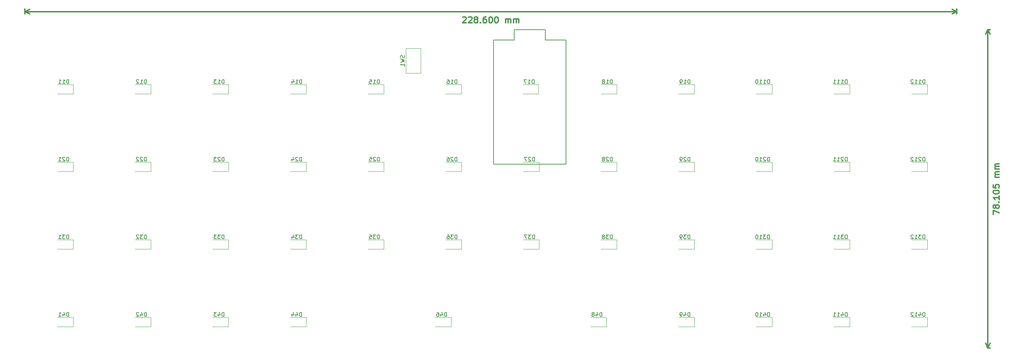
<source format=gbr>
G04 #@! TF.GenerationSoftware,KiCad,Pcbnew,(5.0.1-3-g963ef8bb5)*
G04 #@! TF.CreationDate,2019-04-11T19:17:33+08:00*
G04 #@! TF.ProjectId,keyboard_arduino,6B6579626F6172645F61726475696E6F,a*
G04 #@! TF.SameCoordinates,Original*
G04 #@! TF.FileFunction,Legend,Bot*
G04 #@! TF.FilePolarity,Positive*
%FSLAX46Y46*%
G04 Gerber Fmt 4.6, Leading zero omitted, Abs format (unit mm)*
G04 Created by KiCad (PCBNEW (5.0.1-3-g963ef8bb5)) date 2019年04月11日 星期四 07:17:33*
%MOMM*%
%LPD*%
G01*
G04 APERTURE LIST*
%ADD10C,0.300000*%
%ADD11C,0.150000*%
%ADD12C,0.120000*%
G04 APERTURE END LIST*
D10*
X274328571Y-79628214D02*
X274328571Y-78628214D01*
X275828571Y-79271071D01*
X274971428Y-77842500D02*
X274900000Y-77985357D01*
X274828571Y-78056785D01*
X274685714Y-78128214D01*
X274614285Y-78128214D01*
X274471428Y-78056785D01*
X274400000Y-77985357D01*
X274328571Y-77842500D01*
X274328571Y-77556785D01*
X274400000Y-77413928D01*
X274471428Y-77342500D01*
X274614285Y-77271071D01*
X274685714Y-77271071D01*
X274828571Y-77342500D01*
X274900000Y-77413928D01*
X274971428Y-77556785D01*
X274971428Y-77842500D01*
X275042857Y-77985357D01*
X275114285Y-78056785D01*
X275257142Y-78128214D01*
X275542857Y-78128214D01*
X275685714Y-78056785D01*
X275757142Y-77985357D01*
X275828571Y-77842500D01*
X275828571Y-77556785D01*
X275757142Y-77413928D01*
X275685714Y-77342500D01*
X275542857Y-77271071D01*
X275257142Y-77271071D01*
X275114285Y-77342500D01*
X275042857Y-77413928D01*
X274971428Y-77556785D01*
X275685714Y-76628214D02*
X275757142Y-76556785D01*
X275828571Y-76628214D01*
X275757142Y-76699642D01*
X275685714Y-76628214D01*
X275828571Y-76628214D01*
X275828571Y-75128214D02*
X275828571Y-75985357D01*
X275828571Y-75556785D02*
X274328571Y-75556785D01*
X274542857Y-75699642D01*
X274685714Y-75842500D01*
X274757142Y-75985357D01*
X274328571Y-74199642D02*
X274328571Y-74056785D01*
X274400000Y-73913928D01*
X274471428Y-73842500D01*
X274614285Y-73771071D01*
X274900000Y-73699642D01*
X275257142Y-73699642D01*
X275542857Y-73771071D01*
X275685714Y-73842500D01*
X275757142Y-73913928D01*
X275828571Y-74056785D01*
X275828571Y-74199642D01*
X275757142Y-74342500D01*
X275685714Y-74413928D01*
X275542857Y-74485357D01*
X275257142Y-74556785D01*
X274900000Y-74556785D01*
X274614285Y-74485357D01*
X274471428Y-74413928D01*
X274400000Y-74342500D01*
X274328571Y-74199642D01*
X274328571Y-72342500D02*
X274328571Y-73056785D01*
X275042857Y-73128214D01*
X274971428Y-73056785D01*
X274900000Y-72913928D01*
X274900000Y-72556785D01*
X274971428Y-72413928D01*
X275042857Y-72342500D01*
X275185714Y-72271071D01*
X275542857Y-72271071D01*
X275685714Y-72342500D01*
X275757142Y-72413928D01*
X275828571Y-72556785D01*
X275828571Y-72913928D01*
X275757142Y-73056785D01*
X275685714Y-73128214D01*
X275828571Y-70485357D02*
X274828571Y-70485357D01*
X274971428Y-70485357D02*
X274900000Y-70413928D01*
X274828571Y-70271071D01*
X274828571Y-70056785D01*
X274900000Y-69913928D01*
X275042857Y-69842500D01*
X275828571Y-69842500D01*
X275042857Y-69842500D02*
X274900000Y-69771071D01*
X274828571Y-69628214D01*
X274828571Y-69413928D01*
X274900000Y-69271071D01*
X275042857Y-69199642D01*
X275828571Y-69199642D01*
X275828571Y-68485357D02*
X274828571Y-68485357D01*
X274971428Y-68485357D02*
X274900000Y-68413928D01*
X274828571Y-68271071D01*
X274828571Y-68056785D01*
X274900000Y-67913928D01*
X275042857Y-67842500D01*
X275828571Y-67842500D01*
X275042857Y-67842500D02*
X274900000Y-67771071D01*
X274828571Y-67628214D01*
X274828571Y-67413928D01*
X274900000Y-67271071D01*
X275042857Y-67199642D01*
X275828571Y-67199642D01*
X273050000Y-112395000D02*
X273050000Y-34290000D01*
X273050000Y-112395000D02*
X273636421Y-112395000D01*
X273050000Y-34290000D02*
X273636421Y-34290000D01*
X273050000Y-34290000D02*
X273636421Y-35416504D01*
X273050000Y-34290000D02*
X272463579Y-35416504D01*
X273050000Y-112395000D02*
X273636421Y-111268496D01*
X273050000Y-112395000D02*
X272463579Y-111268496D01*
X144201428Y-31266428D02*
X144272857Y-31195000D01*
X144415714Y-31123571D01*
X144772857Y-31123571D01*
X144915714Y-31195000D01*
X144987142Y-31266428D01*
X145058571Y-31409285D01*
X145058571Y-31552142D01*
X144987142Y-31766428D01*
X144130000Y-32623571D01*
X145058571Y-32623571D01*
X145630000Y-31266428D02*
X145701428Y-31195000D01*
X145844285Y-31123571D01*
X146201428Y-31123571D01*
X146344285Y-31195000D01*
X146415714Y-31266428D01*
X146487142Y-31409285D01*
X146487142Y-31552142D01*
X146415714Y-31766428D01*
X145558571Y-32623571D01*
X146487142Y-32623571D01*
X147344285Y-31766428D02*
X147201428Y-31695000D01*
X147130000Y-31623571D01*
X147058571Y-31480714D01*
X147058571Y-31409285D01*
X147130000Y-31266428D01*
X147201428Y-31195000D01*
X147344285Y-31123571D01*
X147630000Y-31123571D01*
X147772857Y-31195000D01*
X147844285Y-31266428D01*
X147915714Y-31409285D01*
X147915714Y-31480714D01*
X147844285Y-31623571D01*
X147772857Y-31695000D01*
X147630000Y-31766428D01*
X147344285Y-31766428D01*
X147201428Y-31837857D01*
X147130000Y-31909285D01*
X147058571Y-32052142D01*
X147058571Y-32337857D01*
X147130000Y-32480714D01*
X147201428Y-32552142D01*
X147344285Y-32623571D01*
X147630000Y-32623571D01*
X147772857Y-32552142D01*
X147844285Y-32480714D01*
X147915714Y-32337857D01*
X147915714Y-32052142D01*
X147844285Y-31909285D01*
X147772857Y-31837857D01*
X147630000Y-31766428D01*
X148558571Y-32480714D02*
X148630000Y-32552142D01*
X148558571Y-32623571D01*
X148487142Y-32552142D01*
X148558571Y-32480714D01*
X148558571Y-32623571D01*
X149915714Y-31123571D02*
X149630000Y-31123571D01*
X149487142Y-31195000D01*
X149415714Y-31266428D01*
X149272857Y-31480714D01*
X149201428Y-31766428D01*
X149201428Y-32337857D01*
X149272857Y-32480714D01*
X149344285Y-32552142D01*
X149487142Y-32623571D01*
X149772857Y-32623571D01*
X149915714Y-32552142D01*
X149987142Y-32480714D01*
X150058571Y-32337857D01*
X150058571Y-31980714D01*
X149987142Y-31837857D01*
X149915714Y-31766428D01*
X149772857Y-31695000D01*
X149487142Y-31695000D01*
X149344285Y-31766428D01*
X149272857Y-31837857D01*
X149201428Y-31980714D01*
X150987142Y-31123571D02*
X151130000Y-31123571D01*
X151272857Y-31195000D01*
X151344285Y-31266428D01*
X151415714Y-31409285D01*
X151487142Y-31695000D01*
X151487142Y-32052142D01*
X151415714Y-32337857D01*
X151344285Y-32480714D01*
X151272857Y-32552142D01*
X151130000Y-32623571D01*
X150987142Y-32623571D01*
X150844285Y-32552142D01*
X150772857Y-32480714D01*
X150701428Y-32337857D01*
X150630000Y-32052142D01*
X150630000Y-31695000D01*
X150701428Y-31409285D01*
X150772857Y-31266428D01*
X150844285Y-31195000D01*
X150987142Y-31123571D01*
X152415714Y-31123571D02*
X152558571Y-31123571D01*
X152701428Y-31195000D01*
X152772857Y-31266428D01*
X152844285Y-31409285D01*
X152915714Y-31695000D01*
X152915714Y-32052142D01*
X152844285Y-32337857D01*
X152772857Y-32480714D01*
X152701428Y-32552142D01*
X152558571Y-32623571D01*
X152415714Y-32623571D01*
X152272857Y-32552142D01*
X152201428Y-32480714D01*
X152130000Y-32337857D01*
X152058571Y-32052142D01*
X152058571Y-31695000D01*
X152130000Y-31409285D01*
X152201428Y-31266428D01*
X152272857Y-31195000D01*
X152415714Y-31123571D01*
X154701428Y-32623571D02*
X154701428Y-31623571D01*
X154701428Y-31766428D02*
X154772857Y-31695000D01*
X154915714Y-31623571D01*
X155130000Y-31623571D01*
X155272857Y-31695000D01*
X155344285Y-31837857D01*
X155344285Y-32623571D01*
X155344285Y-31837857D02*
X155415714Y-31695000D01*
X155558571Y-31623571D01*
X155772857Y-31623571D01*
X155915714Y-31695000D01*
X155987142Y-31837857D01*
X155987142Y-32623571D01*
X156701428Y-32623571D02*
X156701428Y-31623571D01*
X156701428Y-31766428D02*
X156772857Y-31695000D01*
X156915714Y-31623571D01*
X157130000Y-31623571D01*
X157272857Y-31695000D01*
X157344285Y-31837857D01*
X157344285Y-32623571D01*
X157344285Y-31837857D02*
X157415714Y-31695000D01*
X157558571Y-31623571D01*
X157772857Y-31623571D01*
X157915714Y-31695000D01*
X157987142Y-31837857D01*
X157987142Y-32623571D01*
X36830000Y-29845000D02*
X265430000Y-29845000D01*
X36830000Y-29210000D02*
X36830000Y-30431421D01*
X265430000Y-29210000D02*
X265430000Y-30431421D01*
X265430000Y-29845000D02*
X264303496Y-30431421D01*
X265430000Y-29845000D02*
X264303496Y-29258579D01*
X36830000Y-29845000D02*
X37956504Y-30431421D01*
X36830000Y-29845000D02*
X37956504Y-29258579D01*
D11*
G04 #@! TO.C,UProMicro1*
X169545000Y-36830000D02*
X169545000Y-67310000D01*
X169545000Y-36830000D02*
X164465000Y-36830000D01*
X164465000Y-36830000D02*
X164465000Y-34290000D01*
X164465000Y-34290000D02*
X156845000Y-34290000D01*
X156845000Y-34290000D02*
X156845000Y-36830000D01*
X156845000Y-36830000D02*
X151765000Y-36830000D01*
X151765000Y-36830000D02*
X151765000Y-67310000D01*
X151765000Y-67310000D02*
X169545000Y-67310000D01*
D12*
G04 #@! TO.C,D11*
X48640000Y-50030000D02*
X44755000Y-50030000D01*
X48640000Y-47760000D02*
X48640000Y-50030000D01*
X44755000Y-47760000D02*
X48640000Y-47760000D01*
G04 #@! TO.C,D12*
X67690000Y-50030000D02*
X63805000Y-50030000D01*
X67690000Y-47760000D02*
X67690000Y-50030000D01*
X63805000Y-47760000D02*
X67690000Y-47760000D01*
G04 #@! TO.C,D13*
X86740000Y-50030000D02*
X82855000Y-50030000D01*
X86740000Y-47760000D02*
X86740000Y-50030000D01*
X82855000Y-47760000D02*
X86740000Y-47760000D01*
G04 #@! TO.C,D14*
X105790000Y-50030000D02*
X101905000Y-50030000D01*
X105790000Y-47760000D02*
X105790000Y-50030000D01*
X101905000Y-47760000D02*
X105790000Y-47760000D01*
G04 #@! TO.C,D15*
X124840000Y-50030000D02*
X120955000Y-50030000D01*
X124840000Y-47760000D02*
X124840000Y-50030000D01*
X120955000Y-47760000D02*
X124840000Y-47760000D01*
G04 #@! TO.C,D16*
X143890000Y-50030000D02*
X140005000Y-50030000D01*
X143890000Y-47760000D02*
X143890000Y-50030000D01*
X140005000Y-47760000D02*
X143890000Y-47760000D01*
G04 #@! TO.C,D17*
X162810000Y-50030000D02*
X158925000Y-50030000D01*
X162810000Y-47760000D02*
X162810000Y-50030000D01*
X158925000Y-47760000D02*
X162810000Y-47760000D01*
G04 #@! TO.C,D18*
X181990000Y-50030000D02*
X178105000Y-50030000D01*
X181990000Y-47760000D02*
X181990000Y-50030000D01*
X178105000Y-47760000D02*
X181990000Y-47760000D01*
G04 #@! TO.C,D19*
X201040000Y-50030000D02*
X197155000Y-50030000D01*
X201040000Y-47760000D02*
X201040000Y-50030000D01*
X197155000Y-47760000D02*
X201040000Y-47760000D01*
G04 #@! TO.C,D21*
X48640000Y-69080000D02*
X44755000Y-69080000D01*
X48640000Y-66810000D02*
X48640000Y-69080000D01*
X44755000Y-66810000D02*
X48640000Y-66810000D01*
G04 #@! TO.C,D22*
X67690000Y-69080000D02*
X63805000Y-69080000D01*
X67690000Y-66810000D02*
X67690000Y-69080000D01*
X63805000Y-66810000D02*
X67690000Y-66810000D01*
G04 #@! TO.C,D23*
X86740000Y-69080000D02*
X82855000Y-69080000D01*
X86740000Y-66810000D02*
X86740000Y-69080000D01*
X82855000Y-66810000D02*
X86740000Y-66810000D01*
G04 #@! TO.C,D24*
X105790000Y-69080000D02*
X101905000Y-69080000D01*
X105790000Y-66810000D02*
X105790000Y-69080000D01*
X101905000Y-66810000D02*
X105790000Y-66810000D01*
G04 #@! TO.C,D25*
X124840000Y-69080000D02*
X120955000Y-69080000D01*
X124840000Y-66810000D02*
X124840000Y-69080000D01*
X120955000Y-66810000D02*
X124840000Y-66810000D01*
G04 #@! TO.C,D26*
X143890000Y-69080000D02*
X140005000Y-69080000D01*
X143890000Y-66810000D02*
X143890000Y-69080000D01*
X140005000Y-66810000D02*
X143890000Y-66810000D01*
G04 #@! TO.C,D27*
X162940000Y-69080000D02*
X159055000Y-69080000D01*
X162940000Y-66810000D02*
X162940000Y-69080000D01*
X159055000Y-66810000D02*
X162940000Y-66810000D01*
G04 #@! TO.C,D28*
X181990000Y-69080000D02*
X178105000Y-69080000D01*
X181990000Y-66810000D02*
X181990000Y-69080000D01*
X178105000Y-66810000D02*
X181990000Y-66810000D01*
G04 #@! TO.C,D29*
X201040000Y-69080000D02*
X197155000Y-69080000D01*
X201040000Y-66810000D02*
X201040000Y-69080000D01*
X197155000Y-66810000D02*
X201040000Y-66810000D01*
G04 #@! TO.C,D31*
X44755000Y-85860000D02*
X48640000Y-85860000D01*
X48640000Y-85860000D02*
X48640000Y-88130000D01*
X48640000Y-88130000D02*
X44755000Y-88130000D01*
G04 #@! TO.C,D32*
X63805000Y-85860000D02*
X67690000Y-85860000D01*
X67690000Y-85860000D02*
X67690000Y-88130000D01*
X67690000Y-88130000D02*
X63805000Y-88130000D01*
G04 #@! TO.C,D33*
X82855000Y-85860000D02*
X86740000Y-85860000D01*
X86740000Y-85860000D02*
X86740000Y-88130000D01*
X86740000Y-88130000D02*
X82855000Y-88130000D01*
G04 #@! TO.C,D34*
X101905000Y-85860000D02*
X105790000Y-85860000D01*
X105790000Y-85860000D02*
X105790000Y-88130000D01*
X105790000Y-88130000D02*
X101905000Y-88130000D01*
G04 #@! TO.C,D35*
X120955000Y-85860000D02*
X124840000Y-85860000D01*
X124840000Y-85860000D02*
X124840000Y-88130000D01*
X124840000Y-88130000D02*
X120955000Y-88130000D01*
G04 #@! TO.C,D36*
X140005000Y-85860000D02*
X143890000Y-85860000D01*
X143890000Y-85860000D02*
X143890000Y-88130000D01*
X143890000Y-88130000D02*
X140005000Y-88130000D01*
G04 #@! TO.C,D37*
X159055000Y-85860000D02*
X162940000Y-85860000D01*
X162940000Y-85860000D02*
X162940000Y-88130000D01*
X162940000Y-88130000D02*
X159055000Y-88130000D01*
G04 #@! TO.C,D38*
X178105000Y-85860000D02*
X181990000Y-85860000D01*
X181990000Y-85860000D02*
X181990000Y-88130000D01*
X181990000Y-88130000D02*
X178105000Y-88130000D01*
G04 #@! TO.C,D39*
X197155000Y-85860000D02*
X201040000Y-85860000D01*
X201040000Y-85860000D02*
X201040000Y-88130000D01*
X201040000Y-88130000D02*
X197155000Y-88130000D01*
G04 #@! TO.C,D41*
X44755000Y-104910000D02*
X48640000Y-104910000D01*
X48640000Y-104910000D02*
X48640000Y-107180000D01*
X48640000Y-107180000D02*
X44755000Y-107180000D01*
G04 #@! TO.C,D42*
X63805000Y-104910000D02*
X67690000Y-104910000D01*
X67690000Y-104910000D02*
X67690000Y-107180000D01*
X67690000Y-107180000D02*
X63805000Y-107180000D01*
G04 #@! TO.C,D43*
X82855000Y-104910000D02*
X86740000Y-104910000D01*
X86740000Y-104910000D02*
X86740000Y-107180000D01*
X86740000Y-107180000D02*
X82855000Y-107180000D01*
G04 #@! TO.C,D44*
X101905000Y-104910000D02*
X105790000Y-104910000D01*
X105790000Y-104910000D02*
X105790000Y-107180000D01*
X105790000Y-107180000D02*
X101905000Y-107180000D01*
G04 #@! TO.C,D46*
X137465000Y-104910000D02*
X141350000Y-104910000D01*
X141350000Y-104910000D02*
X141350000Y-107180000D01*
X141350000Y-107180000D02*
X137465000Y-107180000D01*
G04 #@! TO.C,D48*
X175565000Y-104910000D02*
X179450000Y-104910000D01*
X179450000Y-104910000D02*
X179450000Y-107180000D01*
X179450000Y-107180000D02*
X175565000Y-107180000D01*
G04 #@! TO.C,D49*
X197155000Y-104910000D02*
X201040000Y-104910000D01*
X201040000Y-104910000D02*
X201040000Y-107180000D01*
X201040000Y-107180000D02*
X197155000Y-107180000D01*
G04 #@! TO.C,D110*
X220090000Y-50030000D02*
X216205000Y-50030000D01*
X220090000Y-47760000D02*
X220090000Y-50030000D01*
X216205000Y-47760000D02*
X220090000Y-47760000D01*
G04 #@! TO.C,D111*
X239140000Y-50030000D02*
X235255000Y-50030000D01*
X239140000Y-47760000D02*
X239140000Y-50030000D01*
X235255000Y-47760000D02*
X239140000Y-47760000D01*
G04 #@! TO.C,D112*
X258190000Y-50030000D02*
X254305000Y-50030000D01*
X258190000Y-47760000D02*
X258190000Y-50030000D01*
X254305000Y-47760000D02*
X258190000Y-47760000D01*
G04 #@! TO.C,D210*
X220090000Y-69080000D02*
X216205000Y-69080000D01*
X220090000Y-66810000D02*
X220090000Y-69080000D01*
X216205000Y-66810000D02*
X220090000Y-66810000D01*
G04 #@! TO.C,D211*
X239140000Y-69080000D02*
X235255000Y-69080000D01*
X239140000Y-66810000D02*
X239140000Y-69080000D01*
X235255000Y-66810000D02*
X239140000Y-66810000D01*
G04 #@! TO.C,D212*
X254305000Y-66810000D02*
X258190000Y-66810000D01*
X258190000Y-66810000D02*
X258190000Y-69080000D01*
X258190000Y-69080000D02*
X254305000Y-69080000D01*
G04 #@! TO.C,D310*
X216205000Y-85860000D02*
X220090000Y-85860000D01*
X220090000Y-85860000D02*
X220090000Y-88130000D01*
X220090000Y-88130000D02*
X216205000Y-88130000D01*
G04 #@! TO.C,D311*
X235255000Y-85860000D02*
X239140000Y-85860000D01*
X239140000Y-85860000D02*
X239140000Y-88130000D01*
X239140000Y-88130000D02*
X235255000Y-88130000D01*
G04 #@! TO.C,D312*
X254305000Y-85860000D02*
X258190000Y-85860000D01*
X258190000Y-85860000D02*
X258190000Y-88130000D01*
X258190000Y-88130000D02*
X254305000Y-88130000D01*
G04 #@! TO.C,D410*
X216205000Y-104910000D02*
X220090000Y-104910000D01*
X220090000Y-104910000D02*
X220090000Y-107180000D01*
X220090000Y-107180000D02*
X216205000Y-107180000D01*
G04 #@! TO.C,D411*
X235255000Y-104910000D02*
X239140000Y-104910000D01*
X239140000Y-104910000D02*
X239140000Y-107180000D01*
X239140000Y-107180000D02*
X235255000Y-107180000D01*
G04 #@! TO.C,D412*
X254305000Y-104910000D02*
X258190000Y-104910000D01*
X258190000Y-104910000D02*
X258190000Y-107180000D01*
X258190000Y-107180000D02*
X254305000Y-107180000D01*
G04 #@! TO.C,SW1*
X130230000Y-38850000D02*
X130230000Y-44970000D01*
X130230000Y-44970000D02*
X133930000Y-44970000D01*
X133930000Y-44970000D02*
X133930000Y-38850000D01*
X133930000Y-38850000D02*
X130230000Y-38850000D01*
G04 #@! TO.C,D11*
D11*
X47569285Y-47527380D02*
X47569285Y-46527380D01*
X47331190Y-46527380D01*
X47188333Y-46575000D01*
X47093095Y-46670238D01*
X47045476Y-46765476D01*
X46997857Y-46955952D01*
X46997857Y-47098809D01*
X47045476Y-47289285D01*
X47093095Y-47384523D01*
X47188333Y-47479761D01*
X47331190Y-47527380D01*
X47569285Y-47527380D01*
X46045476Y-47527380D02*
X46616904Y-47527380D01*
X46331190Y-47527380D02*
X46331190Y-46527380D01*
X46426428Y-46670238D01*
X46521666Y-46765476D01*
X46616904Y-46813095D01*
X45093095Y-47527380D02*
X45664523Y-47527380D01*
X45378809Y-47527380D02*
X45378809Y-46527380D01*
X45474047Y-46670238D01*
X45569285Y-46765476D01*
X45664523Y-46813095D01*
G04 #@! TO.C,D12*
X66619285Y-47527380D02*
X66619285Y-46527380D01*
X66381190Y-46527380D01*
X66238333Y-46575000D01*
X66143095Y-46670238D01*
X66095476Y-46765476D01*
X66047857Y-46955952D01*
X66047857Y-47098809D01*
X66095476Y-47289285D01*
X66143095Y-47384523D01*
X66238333Y-47479761D01*
X66381190Y-47527380D01*
X66619285Y-47527380D01*
X65095476Y-47527380D02*
X65666904Y-47527380D01*
X65381190Y-47527380D02*
X65381190Y-46527380D01*
X65476428Y-46670238D01*
X65571666Y-46765476D01*
X65666904Y-46813095D01*
X64714523Y-46622619D02*
X64666904Y-46575000D01*
X64571666Y-46527380D01*
X64333571Y-46527380D01*
X64238333Y-46575000D01*
X64190714Y-46622619D01*
X64143095Y-46717857D01*
X64143095Y-46813095D01*
X64190714Y-46955952D01*
X64762142Y-47527380D01*
X64143095Y-47527380D01*
G04 #@! TO.C,D13*
X85669285Y-47527380D02*
X85669285Y-46527380D01*
X85431190Y-46527380D01*
X85288333Y-46575000D01*
X85193095Y-46670238D01*
X85145476Y-46765476D01*
X85097857Y-46955952D01*
X85097857Y-47098809D01*
X85145476Y-47289285D01*
X85193095Y-47384523D01*
X85288333Y-47479761D01*
X85431190Y-47527380D01*
X85669285Y-47527380D01*
X84145476Y-47527380D02*
X84716904Y-47527380D01*
X84431190Y-47527380D02*
X84431190Y-46527380D01*
X84526428Y-46670238D01*
X84621666Y-46765476D01*
X84716904Y-46813095D01*
X83812142Y-46527380D02*
X83193095Y-46527380D01*
X83526428Y-46908333D01*
X83383571Y-46908333D01*
X83288333Y-46955952D01*
X83240714Y-47003571D01*
X83193095Y-47098809D01*
X83193095Y-47336904D01*
X83240714Y-47432142D01*
X83288333Y-47479761D01*
X83383571Y-47527380D01*
X83669285Y-47527380D01*
X83764523Y-47479761D01*
X83812142Y-47432142D01*
G04 #@! TO.C,D14*
X104719285Y-47527380D02*
X104719285Y-46527380D01*
X104481190Y-46527380D01*
X104338333Y-46575000D01*
X104243095Y-46670238D01*
X104195476Y-46765476D01*
X104147857Y-46955952D01*
X104147857Y-47098809D01*
X104195476Y-47289285D01*
X104243095Y-47384523D01*
X104338333Y-47479761D01*
X104481190Y-47527380D01*
X104719285Y-47527380D01*
X103195476Y-47527380D02*
X103766904Y-47527380D01*
X103481190Y-47527380D02*
X103481190Y-46527380D01*
X103576428Y-46670238D01*
X103671666Y-46765476D01*
X103766904Y-46813095D01*
X102338333Y-46860714D02*
X102338333Y-47527380D01*
X102576428Y-46479761D02*
X102814523Y-47194047D01*
X102195476Y-47194047D01*
G04 #@! TO.C,D15*
X123769285Y-47527380D02*
X123769285Y-46527380D01*
X123531190Y-46527380D01*
X123388333Y-46575000D01*
X123293095Y-46670238D01*
X123245476Y-46765476D01*
X123197857Y-46955952D01*
X123197857Y-47098809D01*
X123245476Y-47289285D01*
X123293095Y-47384523D01*
X123388333Y-47479761D01*
X123531190Y-47527380D01*
X123769285Y-47527380D01*
X122245476Y-47527380D02*
X122816904Y-47527380D01*
X122531190Y-47527380D02*
X122531190Y-46527380D01*
X122626428Y-46670238D01*
X122721666Y-46765476D01*
X122816904Y-46813095D01*
X121340714Y-46527380D02*
X121816904Y-46527380D01*
X121864523Y-47003571D01*
X121816904Y-46955952D01*
X121721666Y-46908333D01*
X121483571Y-46908333D01*
X121388333Y-46955952D01*
X121340714Y-47003571D01*
X121293095Y-47098809D01*
X121293095Y-47336904D01*
X121340714Y-47432142D01*
X121388333Y-47479761D01*
X121483571Y-47527380D01*
X121721666Y-47527380D01*
X121816904Y-47479761D01*
X121864523Y-47432142D01*
G04 #@! TO.C,D16*
X142819285Y-47527380D02*
X142819285Y-46527380D01*
X142581190Y-46527380D01*
X142438333Y-46575000D01*
X142343095Y-46670238D01*
X142295476Y-46765476D01*
X142247857Y-46955952D01*
X142247857Y-47098809D01*
X142295476Y-47289285D01*
X142343095Y-47384523D01*
X142438333Y-47479761D01*
X142581190Y-47527380D01*
X142819285Y-47527380D01*
X141295476Y-47527380D02*
X141866904Y-47527380D01*
X141581190Y-47527380D02*
X141581190Y-46527380D01*
X141676428Y-46670238D01*
X141771666Y-46765476D01*
X141866904Y-46813095D01*
X140438333Y-46527380D02*
X140628809Y-46527380D01*
X140724047Y-46575000D01*
X140771666Y-46622619D01*
X140866904Y-46765476D01*
X140914523Y-46955952D01*
X140914523Y-47336904D01*
X140866904Y-47432142D01*
X140819285Y-47479761D01*
X140724047Y-47527380D01*
X140533571Y-47527380D01*
X140438333Y-47479761D01*
X140390714Y-47432142D01*
X140343095Y-47336904D01*
X140343095Y-47098809D01*
X140390714Y-47003571D01*
X140438333Y-46955952D01*
X140533571Y-46908333D01*
X140724047Y-46908333D01*
X140819285Y-46955952D01*
X140866904Y-47003571D01*
X140914523Y-47098809D01*
G04 #@! TO.C,D17*
X161739285Y-47527380D02*
X161739285Y-46527380D01*
X161501190Y-46527380D01*
X161358333Y-46575000D01*
X161263095Y-46670238D01*
X161215476Y-46765476D01*
X161167857Y-46955952D01*
X161167857Y-47098809D01*
X161215476Y-47289285D01*
X161263095Y-47384523D01*
X161358333Y-47479761D01*
X161501190Y-47527380D01*
X161739285Y-47527380D01*
X160215476Y-47527380D02*
X160786904Y-47527380D01*
X160501190Y-47527380D02*
X160501190Y-46527380D01*
X160596428Y-46670238D01*
X160691666Y-46765476D01*
X160786904Y-46813095D01*
X159882142Y-46527380D02*
X159215476Y-46527380D01*
X159644047Y-47527380D01*
G04 #@! TO.C,D18*
X180919285Y-47527380D02*
X180919285Y-46527380D01*
X180681190Y-46527380D01*
X180538333Y-46575000D01*
X180443095Y-46670238D01*
X180395476Y-46765476D01*
X180347857Y-46955952D01*
X180347857Y-47098809D01*
X180395476Y-47289285D01*
X180443095Y-47384523D01*
X180538333Y-47479761D01*
X180681190Y-47527380D01*
X180919285Y-47527380D01*
X179395476Y-47527380D02*
X179966904Y-47527380D01*
X179681190Y-47527380D02*
X179681190Y-46527380D01*
X179776428Y-46670238D01*
X179871666Y-46765476D01*
X179966904Y-46813095D01*
X178824047Y-46955952D02*
X178919285Y-46908333D01*
X178966904Y-46860714D01*
X179014523Y-46765476D01*
X179014523Y-46717857D01*
X178966904Y-46622619D01*
X178919285Y-46575000D01*
X178824047Y-46527380D01*
X178633571Y-46527380D01*
X178538333Y-46575000D01*
X178490714Y-46622619D01*
X178443095Y-46717857D01*
X178443095Y-46765476D01*
X178490714Y-46860714D01*
X178538333Y-46908333D01*
X178633571Y-46955952D01*
X178824047Y-46955952D01*
X178919285Y-47003571D01*
X178966904Y-47051190D01*
X179014523Y-47146428D01*
X179014523Y-47336904D01*
X178966904Y-47432142D01*
X178919285Y-47479761D01*
X178824047Y-47527380D01*
X178633571Y-47527380D01*
X178538333Y-47479761D01*
X178490714Y-47432142D01*
X178443095Y-47336904D01*
X178443095Y-47146428D01*
X178490714Y-47051190D01*
X178538333Y-47003571D01*
X178633571Y-46955952D01*
G04 #@! TO.C,D19*
X199969285Y-47527380D02*
X199969285Y-46527380D01*
X199731190Y-46527380D01*
X199588333Y-46575000D01*
X199493095Y-46670238D01*
X199445476Y-46765476D01*
X199397857Y-46955952D01*
X199397857Y-47098809D01*
X199445476Y-47289285D01*
X199493095Y-47384523D01*
X199588333Y-47479761D01*
X199731190Y-47527380D01*
X199969285Y-47527380D01*
X198445476Y-47527380D02*
X199016904Y-47527380D01*
X198731190Y-47527380D02*
X198731190Y-46527380D01*
X198826428Y-46670238D01*
X198921666Y-46765476D01*
X199016904Y-46813095D01*
X197969285Y-47527380D02*
X197778809Y-47527380D01*
X197683571Y-47479761D01*
X197635952Y-47432142D01*
X197540714Y-47289285D01*
X197493095Y-47098809D01*
X197493095Y-46717857D01*
X197540714Y-46622619D01*
X197588333Y-46575000D01*
X197683571Y-46527380D01*
X197874047Y-46527380D01*
X197969285Y-46575000D01*
X198016904Y-46622619D01*
X198064523Y-46717857D01*
X198064523Y-46955952D01*
X198016904Y-47051190D01*
X197969285Y-47098809D01*
X197874047Y-47146428D01*
X197683571Y-47146428D01*
X197588333Y-47098809D01*
X197540714Y-47051190D01*
X197493095Y-46955952D01*
G04 #@! TO.C,D21*
X47569285Y-66577380D02*
X47569285Y-65577380D01*
X47331190Y-65577380D01*
X47188333Y-65625000D01*
X47093095Y-65720238D01*
X47045476Y-65815476D01*
X46997857Y-66005952D01*
X46997857Y-66148809D01*
X47045476Y-66339285D01*
X47093095Y-66434523D01*
X47188333Y-66529761D01*
X47331190Y-66577380D01*
X47569285Y-66577380D01*
X46616904Y-65672619D02*
X46569285Y-65625000D01*
X46474047Y-65577380D01*
X46235952Y-65577380D01*
X46140714Y-65625000D01*
X46093095Y-65672619D01*
X46045476Y-65767857D01*
X46045476Y-65863095D01*
X46093095Y-66005952D01*
X46664523Y-66577380D01*
X46045476Y-66577380D01*
X45093095Y-66577380D02*
X45664523Y-66577380D01*
X45378809Y-66577380D02*
X45378809Y-65577380D01*
X45474047Y-65720238D01*
X45569285Y-65815476D01*
X45664523Y-65863095D01*
G04 #@! TO.C,D22*
X66619285Y-66577380D02*
X66619285Y-65577380D01*
X66381190Y-65577380D01*
X66238333Y-65625000D01*
X66143095Y-65720238D01*
X66095476Y-65815476D01*
X66047857Y-66005952D01*
X66047857Y-66148809D01*
X66095476Y-66339285D01*
X66143095Y-66434523D01*
X66238333Y-66529761D01*
X66381190Y-66577380D01*
X66619285Y-66577380D01*
X65666904Y-65672619D02*
X65619285Y-65625000D01*
X65524047Y-65577380D01*
X65285952Y-65577380D01*
X65190714Y-65625000D01*
X65143095Y-65672619D01*
X65095476Y-65767857D01*
X65095476Y-65863095D01*
X65143095Y-66005952D01*
X65714523Y-66577380D01*
X65095476Y-66577380D01*
X64714523Y-65672619D02*
X64666904Y-65625000D01*
X64571666Y-65577380D01*
X64333571Y-65577380D01*
X64238333Y-65625000D01*
X64190714Y-65672619D01*
X64143095Y-65767857D01*
X64143095Y-65863095D01*
X64190714Y-66005952D01*
X64762142Y-66577380D01*
X64143095Y-66577380D01*
G04 #@! TO.C,D23*
X85669285Y-66577380D02*
X85669285Y-65577380D01*
X85431190Y-65577380D01*
X85288333Y-65625000D01*
X85193095Y-65720238D01*
X85145476Y-65815476D01*
X85097857Y-66005952D01*
X85097857Y-66148809D01*
X85145476Y-66339285D01*
X85193095Y-66434523D01*
X85288333Y-66529761D01*
X85431190Y-66577380D01*
X85669285Y-66577380D01*
X84716904Y-65672619D02*
X84669285Y-65625000D01*
X84574047Y-65577380D01*
X84335952Y-65577380D01*
X84240714Y-65625000D01*
X84193095Y-65672619D01*
X84145476Y-65767857D01*
X84145476Y-65863095D01*
X84193095Y-66005952D01*
X84764523Y-66577380D01*
X84145476Y-66577380D01*
X83812142Y-65577380D02*
X83193095Y-65577380D01*
X83526428Y-65958333D01*
X83383571Y-65958333D01*
X83288333Y-66005952D01*
X83240714Y-66053571D01*
X83193095Y-66148809D01*
X83193095Y-66386904D01*
X83240714Y-66482142D01*
X83288333Y-66529761D01*
X83383571Y-66577380D01*
X83669285Y-66577380D01*
X83764523Y-66529761D01*
X83812142Y-66482142D01*
G04 #@! TO.C,D24*
X104719285Y-66577380D02*
X104719285Y-65577380D01*
X104481190Y-65577380D01*
X104338333Y-65625000D01*
X104243095Y-65720238D01*
X104195476Y-65815476D01*
X104147857Y-66005952D01*
X104147857Y-66148809D01*
X104195476Y-66339285D01*
X104243095Y-66434523D01*
X104338333Y-66529761D01*
X104481190Y-66577380D01*
X104719285Y-66577380D01*
X103766904Y-65672619D02*
X103719285Y-65625000D01*
X103624047Y-65577380D01*
X103385952Y-65577380D01*
X103290714Y-65625000D01*
X103243095Y-65672619D01*
X103195476Y-65767857D01*
X103195476Y-65863095D01*
X103243095Y-66005952D01*
X103814523Y-66577380D01*
X103195476Y-66577380D01*
X102338333Y-65910714D02*
X102338333Y-66577380D01*
X102576428Y-65529761D02*
X102814523Y-66244047D01*
X102195476Y-66244047D01*
G04 #@! TO.C,D25*
X123769285Y-66577380D02*
X123769285Y-65577380D01*
X123531190Y-65577380D01*
X123388333Y-65625000D01*
X123293095Y-65720238D01*
X123245476Y-65815476D01*
X123197857Y-66005952D01*
X123197857Y-66148809D01*
X123245476Y-66339285D01*
X123293095Y-66434523D01*
X123388333Y-66529761D01*
X123531190Y-66577380D01*
X123769285Y-66577380D01*
X122816904Y-65672619D02*
X122769285Y-65625000D01*
X122674047Y-65577380D01*
X122435952Y-65577380D01*
X122340714Y-65625000D01*
X122293095Y-65672619D01*
X122245476Y-65767857D01*
X122245476Y-65863095D01*
X122293095Y-66005952D01*
X122864523Y-66577380D01*
X122245476Y-66577380D01*
X121340714Y-65577380D02*
X121816904Y-65577380D01*
X121864523Y-66053571D01*
X121816904Y-66005952D01*
X121721666Y-65958333D01*
X121483571Y-65958333D01*
X121388333Y-66005952D01*
X121340714Y-66053571D01*
X121293095Y-66148809D01*
X121293095Y-66386904D01*
X121340714Y-66482142D01*
X121388333Y-66529761D01*
X121483571Y-66577380D01*
X121721666Y-66577380D01*
X121816904Y-66529761D01*
X121864523Y-66482142D01*
G04 #@! TO.C,D26*
X142819285Y-66577380D02*
X142819285Y-65577380D01*
X142581190Y-65577380D01*
X142438333Y-65625000D01*
X142343095Y-65720238D01*
X142295476Y-65815476D01*
X142247857Y-66005952D01*
X142247857Y-66148809D01*
X142295476Y-66339285D01*
X142343095Y-66434523D01*
X142438333Y-66529761D01*
X142581190Y-66577380D01*
X142819285Y-66577380D01*
X141866904Y-65672619D02*
X141819285Y-65625000D01*
X141724047Y-65577380D01*
X141485952Y-65577380D01*
X141390714Y-65625000D01*
X141343095Y-65672619D01*
X141295476Y-65767857D01*
X141295476Y-65863095D01*
X141343095Y-66005952D01*
X141914523Y-66577380D01*
X141295476Y-66577380D01*
X140438333Y-65577380D02*
X140628809Y-65577380D01*
X140724047Y-65625000D01*
X140771666Y-65672619D01*
X140866904Y-65815476D01*
X140914523Y-66005952D01*
X140914523Y-66386904D01*
X140866904Y-66482142D01*
X140819285Y-66529761D01*
X140724047Y-66577380D01*
X140533571Y-66577380D01*
X140438333Y-66529761D01*
X140390714Y-66482142D01*
X140343095Y-66386904D01*
X140343095Y-66148809D01*
X140390714Y-66053571D01*
X140438333Y-66005952D01*
X140533571Y-65958333D01*
X140724047Y-65958333D01*
X140819285Y-66005952D01*
X140866904Y-66053571D01*
X140914523Y-66148809D01*
G04 #@! TO.C,D27*
X161869285Y-66577380D02*
X161869285Y-65577380D01*
X161631190Y-65577380D01*
X161488333Y-65625000D01*
X161393095Y-65720238D01*
X161345476Y-65815476D01*
X161297857Y-66005952D01*
X161297857Y-66148809D01*
X161345476Y-66339285D01*
X161393095Y-66434523D01*
X161488333Y-66529761D01*
X161631190Y-66577380D01*
X161869285Y-66577380D01*
X160916904Y-65672619D02*
X160869285Y-65625000D01*
X160774047Y-65577380D01*
X160535952Y-65577380D01*
X160440714Y-65625000D01*
X160393095Y-65672619D01*
X160345476Y-65767857D01*
X160345476Y-65863095D01*
X160393095Y-66005952D01*
X160964523Y-66577380D01*
X160345476Y-66577380D01*
X160012142Y-65577380D02*
X159345476Y-65577380D01*
X159774047Y-66577380D01*
G04 #@! TO.C,D28*
X180919285Y-66577380D02*
X180919285Y-65577380D01*
X180681190Y-65577380D01*
X180538333Y-65625000D01*
X180443095Y-65720238D01*
X180395476Y-65815476D01*
X180347857Y-66005952D01*
X180347857Y-66148809D01*
X180395476Y-66339285D01*
X180443095Y-66434523D01*
X180538333Y-66529761D01*
X180681190Y-66577380D01*
X180919285Y-66577380D01*
X179966904Y-65672619D02*
X179919285Y-65625000D01*
X179824047Y-65577380D01*
X179585952Y-65577380D01*
X179490714Y-65625000D01*
X179443095Y-65672619D01*
X179395476Y-65767857D01*
X179395476Y-65863095D01*
X179443095Y-66005952D01*
X180014523Y-66577380D01*
X179395476Y-66577380D01*
X178824047Y-66005952D02*
X178919285Y-65958333D01*
X178966904Y-65910714D01*
X179014523Y-65815476D01*
X179014523Y-65767857D01*
X178966904Y-65672619D01*
X178919285Y-65625000D01*
X178824047Y-65577380D01*
X178633571Y-65577380D01*
X178538333Y-65625000D01*
X178490714Y-65672619D01*
X178443095Y-65767857D01*
X178443095Y-65815476D01*
X178490714Y-65910714D01*
X178538333Y-65958333D01*
X178633571Y-66005952D01*
X178824047Y-66005952D01*
X178919285Y-66053571D01*
X178966904Y-66101190D01*
X179014523Y-66196428D01*
X179014523Y-66386904D01*
X178966904Y-66482142D01*
X178919285Y-66529761D01*
X178824047Y-66577380D01*
X178633571Y-66577380D01*
X178538333Y-66529761D01*
X178490714Y-66482142D01*
X178443095Y-66386904D01*
X178443095Y-66196428D01*
X178490714Y-66101190D01*
X178538333Y-66053571D01*
X178633571Y-66005952D01*
G04 #@! TO.C,D29*
X199969285Y-66577380D02*
X199969285Y-65577380D01*
X199731190Y-65577380D01*
X199588333Y-65625000D01*
X199493095Y-65720238D01*
X199445476Y-65815476D01*
X199397857Y-66005952D01*
X199397857Y-66148809D01*
X199445476Y-66339285D01*
X199493095Y-66434523D01*
X199588333Y-66529761D01*
X199731190Y-66577380D01*
X199969285Y-66577380D01*
X199016904Y-65672619D02*
X198969285Y-65625000D01*
X198874047Y-65577380D01*
X198635952Y-65577380D01*
X198540714Y-65625000D01*
X198493095Y-65672619D01*
X198445476Y-65767857D01*
X198445476Y-65863095D01*
X198493095Y-66005952D01*
X199064523Y-66577380D01*
X198445476Y-66577380D01*
X197969285Y-66577380D02*
X197778809Y-66577380D01*
X197683571Y-66529761D01*
X197635952Y-66482142D01*
X197540714Y-66339285D01*
X197493095Y-66148809D01*
X197493095Y-65767857D01*
X197540714Y-65672619D01*
X197588333Y-65625000D01*
X197683571Y-65577380D01*
X197874047Y-65577380D01*
X197969285Y-65625000D01*
X198016904Y-65672619D01*
X198064523Y-65767857D01*
X198064523Y-66005952D01*
X198016904Y-66101190D01*
X197969285Y-66148809D01*
X197874047Y-66196428D01*
X197683571Y-66196428D01*
X197588333Y-66148809D01*
X197540714Y-66101190D01*
X197493095Y-66005952D01*
G04 #@! TO.C,D31*
X47569285Y-85627380D02*
X47569285Y-84627380D01*
X47331190Y-84627380D01*
X47188333Y-84675000D01*
X47093095Y-84770238D01*
X47045476Y-84865476D01*
X46997857Y-85055952D01*
X46997857Y-85198809D01*
X47045476Y-85389285D01*
X47093095Y-85484523D01*
X47188333Y-85579761D01*
X47331190Y-85627380D01*
X47569285Y-85627380D01*
X46664523Y-84627380D02*
X46045476Y-84627380D01*
X46378809Y-85008333D01*
X46235952Y-85008333D01*
X46140714Y-85055952D01*
X46093095Y-85103571D01*
X46045476Y-85198809D01*
X46045476Y-85436904D01*
X46093095Y-85532142D01*
X46140714Y-85579761D01*
X46235952Y-85627380D01*
X46521666Y-85627380D01*
X46616904Y-85579761D01*
X46664523Y-85532142D01*
X45093095Y-85627380D02*
X45664523Y-85627380D01*
X45378809Y-85627380D02*
X45378809Y-84627380D01*
X45474047Y-84770238D01*
X45569285Y-84865476D01*
X45664523Y-84913095D01*
G04 #@! TO.C,D32*
X66619285Y-85627380D02*
X66619285Y-84627380D01*
X66381190Y-84627380D01*
X66238333Y-84675000D01*
X66143095Y-84770238D01*
X66095476Y-84865476D01*
X66047857Y-85055952D01*
X66047857Y-85198809D01*
X66095476Y-85389285D01*
X66143095Y-85484523D01*
X66238333Y-85579761D01*
X66381190Y-85627380D01*
X66619285Y-85627380D01*
X65714523Y-84627380D02*
X65095476Y-84627380D01*
X65428809Y-85008333D01*
X65285952Y-85008333D01*
X65190714Y-85055952D01*
X65143095Y-85103571D01*
X65095476Y-85198809D01*
X65095476Y-85436904D01*
X65143095Y-85532142D01*
X65190714Y-85579761D01*
X65285952Y-85627380D01*
X65571666Y-85627380D01*
X65666904Y-85579761D01*
X65714523Y-85532142D01*
X64714523Y-84722619D02*
X64666904Y-84675000D01*
X64571666Y-84627380D01*
X64333571Y-84627380D01*
X64238333Y-84675000D01*
X64190714Y-84722619D01*
X64143095Y-84817857D01*
X64143095Y-84913095D01*
X64190714Y-85055952D01*
X64762142Y-85627380D01*
X64143095Y-85627380D01*
G04 #@! TO.C,D33*
X85669285Y-85627380D02*
X85669285Y-84627380D01*
X85431190Y-84627380D01*
X85288333Y-84675000D01*
X85193095Y-84770238D01*
X85145476Y-84865476D01*
X85097857Y-85055952D01*
X85097857Y-85198809D01*
X85145476Y-85389285D01*
X85193095Y-85484523D01*
X85288333Y-85579761D01*
X85431190Y-85627380D01*
X85669285Y-85627380D01*
X84764523Y-84627380D02*
X84145476Y-84627380D01*
X84478809Y-85008333D01*
X84335952Y-85008333D01*
X84240714Y-85055952D01*
X84193095Y-85103571D01*
X84145476Y-85198809D01*
X84145476Y-85436904D01*
X84193095Y-85532142D01*
X84240714Y-85579761D01*
X84335952Y-85627380D01*
X84621666Y-85627380D01*
X84716904Y-85579761D01*
X84764523Y-85532142D01*
X83812142Y-84627380D02*
X83193095Y-84627380D01*
X83526428Y-85008333D01*
X83383571Y-85008333D01*
X83288333Y-85055952D01*
X83240714Y-85103571D01*
X83193095Y-85198809D01*
X83193095Y-85436904D01*
X83240714Y-85532142D01*
X83288333Y-85579761D01*
X83383571Y-85627380D01*
X83669285Y-85627380D01*
X83764523Y-85579761D01*
X83812142Y-85532142D01*
G04 #@! TO.C,D34*
X104719285Y-85627380D02*
X104719285Y-84627380D01*
X104481190Y-84627380D01*
X104338333Y-84675000D01*
X104243095Y-84770238D01*
X104195476Y-84865476D01*
X104147857Y-85055952D01*
X104147857Y-85198809D01*
X104195476Y-85389285D01*
X104243095Y-85484523D01*
X104338333Y-85579761D01*
X104481190Y-85627380D01*
X104719285Y-85627380D01*
X103814523Y-84627380D02*
X103195476Y-84627380D01*
X103528809Y-85008333D01*
X103385952Y-85008333D01*
X103290714Y-85055952D01*
X103243095Y-85103571D01*
X103195476Y-85198809D01*
X103195476Y-85436904D01*
X103243095Y-85532142D01*
X103290714Y-85579761D01*
X103385952Y-85627380D01*
X103671666Y-85627380D01*
X103766904Y-85579761D01*
X103814523Y-85532142D01*
X102338333Y-84960714D02*
X102338333Y-85627380D01*
X102576428Y-84579761D02*
X102814523Y-85294047D01*
X102195476Y-85294047D01*
G04 #@! TO.C,D35*
X123769285Y-85627380D02*
X123769285Y-84627380D01*
X123531190Y-84627380D01*
X123388333Y-84675000D01*
X123293095Y-84770238D01*
X123245476Y-84865476D01*
X123197857Y-85055952D01*
X123197857Y-85198809D01*
X123245476Y-85389285D01*
X123293095Y-85484523D01*
X123388333Y-85579761D01*
X123531190Y-85627380D01*
X123769285Y-85627380D01*
X122864523Y-84627380D02*
X122245476Y-84627380D01*
X122578809Y-85008333D01*
X122435952Y-85008333D01*
X122340714Y-85055952D01*
X122293095Y-85103571D01*
X122245476Y-85198809D01*
X122245476Y-85436904D01*
X122293095Y-85532142D01*
X122340714Y-85579761D01*
X122435952Y-85627380D01*
X122721666Y-85627380D01*
X122816904Y-85579761D01*
X122864523Y-85532142D01*
X121340714Y-84627380D02*
X121816904Y-84627380D01*
X121864523Y-85103571D01*
X121816904Y-85055952D01*
X121721666Y-85008333D01*
X121483571Y-85008333D01*
X121388333Y-85055952D01*
X121340714Y-85103571D01*
X121293095Y-85198809D01*
X121293095Y-85436904D01*
X121340714Y-85532142D01*
X121388333Y-85579761D01*
X121483571Y-85627380D01*
X121721666Y-85627380D01*
X121816904Y-85579761D01*
X121864523Y-85532142D01*
G04 #@! TO.C,D36*
X142819285Y-85627380D02*
X142819285Y-84627380D01*
X142581190Y-84627380D01*
X142438333Y-84675000D01*
X142343095Y-84770238D01*
X142295476Y-84865476D01*
X142247857Y-85055952D01*
X142247857Y-85198809D01*
X142295476Y-85389285D01*
X142343095Y-85484523D01*
X142438333Y-85579761D01*
X142581190Y-85627380D01*
X142819285Y-85627380D01*
X141914523Y-84627380D02*
X141295476Y-84627380D01*
X141628809Y-85008333D01*
X141485952Y-85008333D01*
X141390714Y-85055952D01*
X141343095Y-85103571D01*
X141295476Y-85198809D01*
X141295476Y-85436904D01*
X141343095Y-85532142D01*
X141390714Y-85579761D01*
X141485952Y-85627380D01*
X141771666Y-85627380D01*
X141866904Y-85579761D01*
X141914523Y-85532142D01*
X140438333Y-84627380D02*
X140628809Y-84627380D01*
X140724047Y-84675000D01*
X140771666Y-84722619D01*
X140866904Y-84865476D01*
X140914523Y-85055952D01*
X140914523Y-85436904D01*
X140866904Y-85532142D01*
X140819285Y-85579761D01*
X140724047Y-85627380D01*
X140533571Y-85627380D01*
X140438333Y-85579761D01*
X140390714Y-85532142D01*
X140343095Y-85436904D01*
X140343095Y-85198809D01*
X140390714Y-85103571D01*
X140438333Y-85055952D01*
X140533571Y-85008333D01*
X140724047Y-85008333D01*
X140819285Y-85055952D01*
X140866904Y-85103571D01*
X140914523Y-85198809D01*
G04 #@! TO.C,D37*
X161869285Y-85627380D02*
X161869285Y-84627380D01*
X161631190Y-84627380D01*
X161488333Y-84675000D01*
X161393095Y-84770238D01*
X161345476Y-84865476D01*
X161297857Y-85055952D01*
X161297857Y-85198809D01*
X161345476Y-85389285D01*
X161393095Y-85484523D01*
X161488333Y-85579761D01*
X161631190Y-85627380D01*
X161869285Y-85627380D01*
X160964523Y-84627380D02*
X160345476Y-84627380D01*
X160678809Y-85008333D01*
X160535952Y-85008333D01*
X160440714Y-85055952D01*
X160393095Y-85103571D01*
X160345476Y-85198809D01*
X160345476Y-85436904D01*
X160393095Y-85532142D01*
X160440714Y-85579761D01*
X160535952Y-85627380D01*
X160821666Y-85627380D01*
X160916904Y-85579761D01*
X160964523Y-85532142D01*
X160012142Y-84627380D02*
X159345476Y-84627380D01*
X159774047Y-85627380D01*
G04 #@! TO.C,D38*
X180919285Y-85627380D02*
X180919285Y-84627380D01*
X180681190Y-84627380D01*
X180538333Y-84675000D01*
X180443095Y-84770238D01*
X180395476Y-84865476D01*
X180347857Y-85055952D01*
X180347857Y-85198809D01*
X180395476Y-85389285D01*
X180443095Y-85484523D01*
X180538333Y-85579761D01*
X180681190Y-85627380D01*
X180919285Y-85627380D01*
X180014523Y-84627380D02*
X179395476Y-84627380D01*
X179728809Y-85008333D01*
X179585952Y-85008333D01*
X179490714Y-85055952D01*
X179443095Y-85103571D01*
X179395476Y-85198809D01*
X179395476Y-85436904D01*
X179443095Y-85532142D01*
X179490714Y-85579761D01*
X179585952Y-85627380D01*
X179871666Y-85627380D01*
X179966904Y-85579761D01*
X180014523Y-85532142D01*
X178824047Y-85055952D02*
X178919285Y-85008333D01*
X178966904Y-84960714D01*
X179014523Y-84865476D01*
X179014523Y-84817857D01*
X178966904Y-84722619D01*
X178919285Y-84675000D01*
X178824047Y-84627380D01*
X178633571Y-84627380D01*
X178538333Y-84675000D01*
X178490714Y-84722619D01*
X178443095Y-84817857D01*
X178443095Y-84865476D01*
X178490714Y-84960714D01*
X178538333Y-85008333D01*
X178633571Y-85055952D01*
X178824047Y-85055952D01*
X178919285Y-85103571D01*
X178966904Y-85151190D01*
X179014523Y-85246428D01*
X179014523Y-85436904D01*
X178966904Y-85532142D01*
X178919285Y-85579761D01*
X178824047Y-85627380D01*
X178633571Y-85627380D01*
X178538333Y-85579761D01*
X178490714Y-85532142D01*
X178443095Y-85436904D01*
X178443095Y-85246428D01*
X178490714Y-85151190D01*
X178538333Y-85103571D01*
X178633571Y-85055952D01*
G04 #@! TO.C,D39*
X199969285Y-85627380D02*
X199969285Y-84627380D01*
X199731190Y-84627380D01*
X199588333Y-84675000D01*
X199493095Y-84770238D01*
X199445476Y-84865476D01*
X199397857Y-85055952D01*
X199397857Y-85198809D01*
X199445476Y-85389285D01*
X199493095Y-85484523D01*
X199588333Y-85579761D01*
X199731190Y-85627380D01*
X199969285Y-85627380D01*
X199064523Y-84627380D02*
X198445476Y-84627380D01*
X198778809Y-85008333D01*
X198635952Y-85008333D01*
X198540714Y-85055952D01*
X198493095Y-85103571D01*
X198445476Y-85198809D01*
X198445476Y-85436904D01*
X198493095Y-85532142D01*
X198540714Y-85579761D01*
X198635952Y-85627380D01*
X198921666Y-85627380D01*
X199016904Y-85579761D01*
X199064523Y-85532142D01*
X197969285Y-85627380D02*
X197778809Y-85627380D01*
X197683571Y-85579761D01*
X197635952Y-85532142D01*
X197540714Y-85389285D01*
X197493095Y-85198809D01*
X197493095Y-84817857D01*
X197540714Y-84722619D01*
X197588333Y-84675000D01*
X197683571Y-84627380D01*
X197874047Y-84627380D01*
X197969285Y-84675000D01*
X198016904Y-84722619D01*
X198064523Y-84817857D01*
X198064523Y-85055952D01*
X198016904Y-85151190D01*
X197969285Y-85198809D01*
X197874047Y-85246428D01*
X197683571Y-85246428D01*
X197588333Y-85198809D01*
X197540714Y-85151190D01*
X197493095Y-85055952D01*
G04 #@! TO.C,D41*
X47569285Y-104677380D02*
X47569285Y-103677380D01*
X47331190Y-103677380D01*
X47188333Y-103725000D01*
X47093095Y-103820238D01*
X47045476Y-103915476D01*
X46997857Y-104105952D01*
X46997857Y-104248809D01*
X47045476Y-104439285D01*
X47093095Y-104534523D01*
X47188333Y-104629761D01*
X47331190Y-104677380D01*
X47569285Y-104677380D01*
X46140714Y-104010714D02*
X46140714Y-104677380D01*
X46378809Y-103629761D02*
X46616904Y-104344047D01*
X45997857Y-104344047D01*
X45093095Y-104677380D02*
X45664523Y-104677380D01*
X45378809Y-104677380D02*
X45378809Y-103677380D01*
X45474047Y-103820238D01*
X45569285Y-103915476D01*
X45664523Y-103963095D01*
G04 #@! TO.C,D42*
X66619285Y-104677380D02*
X66619285Y-103677380D01*
X66381190Y-103677380D01*
X66238333Y-103725000D01*
X66143095Y-103820238D01*
X66095476Y-103915476D01*
X66047857Y-104105952D01*
X66047857Y-104248809D01*
X66095476Y-104439285D01*
X66143095Y-104534523D01*
X66238333Y-104629761D01*
X66381190Y-104677380D01*
X66619285Y-104677380D01*
X65190714Y-104010714D02*
X65190714Y-104677380D01*
X65428809Y-103629761D02*
X65666904Y-104344047D01*
X65047857Y-104344047D01*
X64714523Y-103772619D02*
X64666904Y-103725000D01*
X64571666Y-103677380D01*
X64333571Y-103677380D01*
X64238333Y-103725000D01*
X64190714Y-103772619D01*
X64143095Y-103867857D01*
X64143095Y-103963095D01*
X64190714Y-104105952D01*
X64762142Y-104677380D01*
X64143095Y-104677380D01*
G04 #@! TO.C,D43*
X85669285Y-104677380D02*
X85669285Y-103677380D01*
X85431190Y-103677380D01*
X85288333Y-103725000D01*
X85193095Y-103820238D01*
X85145476Y-103915476D01*
X85097857Y-104105952D01*
X85097857Y-104248809D01*
X85145476Y-104439285D01*
X85193095Y-104534523D01*
X85288333Y-104629761D01*
X85431190Y-104677380D01*
X85669285Y-104677380D01*
X84240714Y-104010714D02*
X84240714Y-104677380D01*
X84478809Y-103629761D02*
X84716904Y-104344047D01*
X84097857Y-104344047D01*
X83812142Y-103677380D02*
X83193095Y-103677380D01*
X83526428Y-104058333D01*
X83383571Y-104058333D01*
X83288333Y-104105952D01*
X83240714Y-104153571D01*
X83193095Y-104248809D01*
X83193095Y-104486904D01*
X83240714Y-104582142D01*
X83288333Y-104629761D01*
X83383571Y-104677380D01*
X83669285Y-104677380D01*
X83764523Y-104629761D01*
X83812142Y-104582142D01*
G04 #@! TO.C,D44*
X104719285Y-104677380D02*
X104719285Y-103677380D01*
X104481190Y-103677380D01*
X104338333Y-103725000D01*
X104243095Y-103820238D01*
X104195476Y-103915476D01*
X104147857Y-104105952D01*
X104147857Y-104248809D01*
X104195476Y-104439285D01*
X104243095Y-104534523D01*
X104338333Y-104629761D01*
X104481190Y-104677380D01*
X104719285Y-104677380D01*
X103290714Y-104010714D02*
X103290714Y-104677380D01*
X103528809Y-103629761D02*
X103766904Y-104344047D01*
X103147857Y-104344047D01*
X102338333Y-104010714D02*
X102338333Y-104677380D01*
X102576428Y-103629761D02*
X102814523Y-104344047D01*
X102195476Y-104344047D01*
G04 #@! TO.C,D46*
X140279285Y-104677380D02*
X140279285Y-103677380D01*
X140041190Y-103677380D01*
X139898333Y-103725000D01*
X139803095Y-103820238D01*
X139755476Y-103915476D01*
X139707857Y-104105952D01*
X139707857Y-104248809D01*
X139755476Y-104439285D01*
X139803095Y-104534523D01*
X139898333Y-104629761D01*
X140041190Y-104677380D01*
X140279285Y-104677380D01*
X138850714Y-104010714D02*
X138850714Y-104677380D01*
X139088809Y-103629761D02*
X139326904Y-104344047D01*
X138707857Y-104344047D01*
X137898333Y-103677380D02*
X138088809Y-103677380D01*
X138184047Y-103725000D01*
X138231666Y-103772619D01*
X138326904Y-103915476D01*
X138374523Y-104105952D01*
X138374523Y-104486904D01*
X138326904Y-104582142D01*
X138279285Y-104629761D01*
X138184047Y-104677380D01*
X137993571Y-104677380D01*
X137898333Y-104629761D01*
X137850714Y-104582142D01*
X137803095Y-104486904D01*
X137803095Y-104248809D01*
X137850714Y-104153571D01*
X137898333Y-104105952D01*
X137993571Y-104058333D01*
X138184047Y-104058333D01*
X138279285Y-104105952D01*
X138326904Y-104153571D01*
X138374523Y-104248809D01*
G04 #@! TO.C,D48*
X178379285Y-104677380D02*
X178379285Y-103677380D01*
X178141190Y-103677380D01*
X177998333Y-103725000D01*
X177903095Y-103820238D01*
X177855476Y-103915476D01*
X177807857Y-104105952D01*
X177807857Y-104248809D01*
X177855476Y-104439285D01*
X177903095Y-104534523D01*
X177998333Y-104629761D01*
X178141190Y-104677380D01*
X178379285Y-104677380D01*
X176950714Y-104010714D02*
X176950714Y-104677380D01*
X177188809Y-103629761D02*
X177426904Y-104344047D01*
X176807857Y-104344047D01*
X176284047Y-104105952D02*
X176379285Y-104058333D01*
X176426904Y-104010714D01*
X176474523Y-103915476D01*
X176474523Y-103867857D01*
X176426904Y-103772619D01*
X176379285Y-103725000D01*
X176284047Y-103677380D01*
X176093571Y-103677380D01*
X175998333Y-103725000D01*
X175950714Y-103772619D01*
X175903095Y-103867857D01*
X175903095Y-103915476D01*
X175950714Y-104010714D01*
X175998333Y-104058333D01*
X176093571Y-104105952D01*
X176284047Y-104105952D01*
X176379285Y-104153571D01*
X176426904Y-104201190D01*
X176474523Y-104296428D01*
X176474523Y-104486904D01*
X176426904Y-104582142D01*
X176379285Y-104629761D01*
X176284047Y-104677380D01*
X176093571Y-104677380D01*
X175998333Y-104629761D01*
X175950714Y-104582142D01*
X175903095Y-104486904D01*
X175903095Y-104296428D01*
X175950714Y-104201190D01*
X175998333Y-104153571D01*
X176093571Y-104105952D01*
G04 #@! TO.C,D49*
X199969285Y-104677380D02*
X199969285Y-103677380D01*
X199731190Y-103677380D01*
X199588333Y-103725000D01*
X199493095Y-103820238D01*
X199445476Y-103915476D01*
X199397857Y-104105952D01*
X199397857Y-104248809D01*
X199445476Y-104439285D01*
X199493095Y-104534523D01*
X199588333Y-104629761D01*
X199731190Y-104677380D01*
X199969285Y-104677380D01*
X198540714Y-104010714D02*
X198540714Y-104677380D01*
X198778809Y-103629761D02*
X199016904Y-104344047D01*
X198397857Y-104344047D01*
X197969285Y-104677380D02*
X197778809Y-104677380D01*
X197683571Y-104629761D01*
X197635952Y-104582142D01*
X197540714Y-104439285D01*
X197493095Y-104248809D01*
X197493095Y-103867857D01*
X197540714Y-103772619D01*
X197588333Y-103725000D01*
X197683571Y-103677380D01*
X197874047Y-103677380D01*
X197969285Y-103725000D01*
X198016904Y-103772619D01*
X198064523Y-103867857D01*
X198064523Y-104105952D01*
X198016904Y-104201190D01*
X197969285Y-104248809D01*
X197874047Y-104296428D01*
X197683571Y-104296428D01*
X197588333Y-104248809D01*
X197540714Y-104201190D01*
X197493095Y-104105952D01*
G04 #@! TO.C,D110*
X219495476Y-47527380D02*
X219495476Y-46527380D01*
X219257380Y-46527380D01*
X219114523Y-46575000D01*
X219019285Y-46670238D01*
X218971666Y-46765476D01*
X218924047Y-46955952D01*
X218924047Y-47098809D01*
X218971666Y-47289285D01*
X219019285Y-47384523D01*
X219114523Y-47479761D01*
X219257380Y-47527380D01*
X219495476Y-47527380D01*
X217971666Y-47527380D02*
X218543095Y-47527380D01*
X218257380Y-47527380D02*
X218257380Y-46527380D01*
X218352619Y-46670238D01*
X218447857Y-46765476D01*
X218543095Y-46813095D01*
X217019285Y-47527380D02*
X217590714Y-47527380D01*
X217305000Y-47527380D02*
X217305000Y-46527380D01*
X217400238Y-46670238D01*
X217495476Y-46765476D01*
X217590714Y-46813095D01*
X216400238Y-46527380D02*
X216305000Y-46527380D01*
X216209761Y-46575000D01*
X216162142Y-46622619D01*
X216114523Y-46717857D01*
X216066904Y-46908333D01*
X216066904Y-47146428D01*
X216114523Y-47336904D01*
X216162142Y-47432142D01*
X216209761Y-47479761D01*
X216305000Y-47527380D01*
X216400238Y-47527380D01*
X216495476Y-47479761D01*
X216543095Y-47432142D01*
X216590714Y-47336904D01*
X216638333Y-47146428D01*
X216638333Y-46908333D01*
X216590714Y-46717857D01*
X216543095Y-46622619D01*
X216495476Y-46575000D01*
X216400238Y-46527380D01*
G04 #@! TO.C,D111*
X238545476Y-47527380D02*
X238545476Y-46527380D01*
X238307380Y-46527380D01*
X238164523Y-46575000D01*
X238069285Y-46670238D01*
X238021666Y-46765476D01*
X237974047Y-46955952D01*
X237974047Y-47098809D01*
X238021666Y-47289285D01*
X238069285Y-47384523D01*
X238164523Y-47479761D01*
X238307380Y-47527380D01*
X238545476Y-47527380D01*
X237021666Y-47527380D02*
X237593095Y-47527380D01*
X237307380Y-47527380D02*
X237307380Y-46527380D01*
X237402619Y-46670238D01*
X237497857Y-46765476D01*
X237593095Y-46813095D01*
X236069285Y-47527380D02*
X236640714Y-47527380D01*
X236355000Y-47527380D02*
X236355000Y-46527380D01*
X236450238Y-46670238D01*
X236545476Y-46765476D01*
X236640714Y-46813095D01*
X235116904Y-47527380D02*
X235688333Y-47527380D01*
X235402619Y-47527380D02*
X235402619Y-46527380D01*
X235497857Y-46670238D01*
X235593095Y-46765476D01*
X235688333Y-46813095D01*
G04 #@! TO.C,D112*
X257595476Y-47527380D02*
X257595476Y-46527380D01*
X257357380Y-46527380D01*
X257214523Y-46575000D01*
X257119285Y-46670238D01*
X257071666Y-46765476D01*
X257024047Y-46955952D01*
X257024047Y-47098809D01*
X257071666Y-47289285D01*
X257119285Y-47384523D01*
X257214523Y-47479761D01*
X257357380Y-47527380D01*
X257595476Y-47527380D01*
X256071666Y-47527380D02*
X256643095Y-47527380D01*
X256357380Y-47527380D02*
X256357380Y-46527380D01*
X256452619Y-46670238D01*
X256547857Y-46765476D01*
X256643095Y-46813095D01*
X255119285Y-47527380D02*
X255690714Y-47527380D01*
X255405000Y-47527380D02*
X255405000Y-46527380D01*
X255500238Y-46670238D01*
X255595476Y-46765476D01*
X255690714Y-46813095D01*
X254738333Y-46622619D02*
X254690714Y-46575000D01*
X254595476Y-46527380D01*
X254357380Y-46527380D01*
X254262142Y-46575000D01*
X254214523Y-46622619D01*
X254166904Y-46717857D01*
X254166904Y-46813095D01*
X254214523Y-46955952D01*
X254785952Y-47527380D01*
X254166904Y-47527380D01*
G04 #@! TO.C,D210*
X219495476Y-66577380D02*
X219495476Y-65577380D01*
X219257380Y-65577380D01*
X219114523Y-65625000D01*
X219019285Y-65720238D01*
X218971666Y-65815476D01*
X218924047Y-66005952D01*
X218924047Y-66148809D01*
X218971666Y-66339285D01*
X219019285Y-66434523D01*
X219114523Y-66529761D01*
X219257380Y-66577380D01*
X219495476Y-66577380D01*
X218543095Y-65672619D02*
X218495476Y-65625000D01*
X218400238Y-65577380D01*
X218162142Y-65577380D01*
X218066904Y-65625000D01*
X218019285Y-65672619D01*
X217971666Y-65767857D01*
X217971666Y-65863095D01*
X218019285Y-66005952D01*
X218590714Y-66577380D01*
X217971666Y-66577380D01*
X217019285Y-66577380D02*
X217590714Y-66577380D01*
X217305000Y-66577380D02*
X217305000Y-65577380D01*
X217400238Y-65720238D01*
X217495476Y-65815476D01*
X217590714Y-65863095D01*
X216400238Y-65577380D02*
X216305000Y-65577380D01*
X216209761Y-65625000D01*
X216162142Y-65672619D01*
X216114523Y-65767857D01*
X216066904Y-65958333D01*
X216066904Y-66196428D01*
X216114523Y-66386904D01*
X216162142Y-66482142D01*
X216209761Y-66529761D01*
X216305000Y-66577380D01*
X216400238Y-66577380D01*
X216495476Y-66529761D01*
X216543095Y-66482142D01*
X216590714Y-66386904D01*
X216638333Y-66196428D01*
X216638333Y-65958333D01*
X216590714Y-65767857D01*
X216543095Y-65672619D01*
X216495476Y-65625000D01*
X216400238Y-65577380D01*
G04 #@! TO.C,D211*
X238545476Y-66577380D02*
X238545476Y-65577380D01*
X238307380Y-65577380D01*
X238164523Y-65625000D01*
X238069285Y-65720238D01*
X238021666Y-65815476D01*
X237974047Y-66005952D01*
X237974047Y-66148809D01*
X238021666Y-66339285D01*
X238069285Y-66434523D01*
X238164523Y-66529761D01*
X238307380Y-66577380D01*
X238545476Y-66577380D01*
X237593095Y-65672619D02*
X237545476Y-65625000D01*
X237450238Y-65577380D01*
X237212142Y-65577380D01*
X237116904Y-65625000D01*
X237069285Y-65672619D01*
X237021666Y-65767857D01*
X237021666Y-65863095D01*
X237069285Y-66005952D01*
X237640714Y-66577380D01*
X237021666Y-66577380D01*
X236069285Y-66577380D02*
X236640714Y-66577380D01*
X236355000Y-66577380D02*
X236355000Y-65577380D01*
X236450238Y-65720238D01*
X236545476Y-65815476D01*
X236640714Y-65863095D01*
X235116904Y-66577380D02*
X235688333Y-66577380D01*
X235402619Y-66577380D02*
X235402619Y-65577380D01*
X235497857Y-65720238D01*
X235593095Y-65815476D01*
X235688333Y-65863095D01*
G04 #@! TO.C,D212*
X257595476Y-66577380D02*
X257595476Y-65577380D01*
X257357380Y-65577380D01*
X257214523Y-65625000D01*
X257119285Y-65720238D01*
X257071666Y-65815476D01*
X257024047Y-66005952D01*
X257024047Y-66148809D01*
X257071666Y-66339285D01*
X257119285Y-66434523D01*
X257214523Y-66529761D01*
X257357380Y-66577380D01*
X257595476Y-66577380D01*
X256643095Y-65672619D02*
X256595476Y-65625000D01*
X256500238Y-65577380D01*
X256262142Y-65577380D01*
X256166904Y-65625000D01*
X256119285Y-65672619D01*
X256071666Y-65767857D01*
X256071666Y-65863095D01*
X256119285Y-66005952D01*
X256690714Y-66577380D01*
X256071666Y-66577380D01*
X255119285Y-66577380D02*
X255690714Y-66577380D01*
X255405000Y-66577380D02*
X255405000Y-65577380D01*
X255500238Y-65720238D01*
X255595476Y-65815476D01*
X255690714Y-65863095D01*
X254738333Y-65672619D02*
X254690714Y-65625000D01*
X254595476Y-65577380D01*
X254357380Y-65577380D01*
X254262142Y-65625000D01*
X254214523Y-65672619D01*
X254166904Y-65767857D01*
X254166904Y-65863095D01*
X254214523Y-66005952D01*
X254785952Y-66577380D01*
X254166904Y-66577380D01*
G04 #@! TO.C,D310*
X219495476Y-85627380D02*
X219495476Y-84627380D01*
X219257380Y-84627380D01*
X219114523Y-84675000D01*
X219019285Y-84770238D01*
X218971666Y-84865476D01*
X218924047Y-85055952D01*
X218924047Y-85198809D01*
X218971666Y-85389285D01*
X219019285Y-85484523D01*
X219114523Y-85579761D01*
X219257380Y-85627380D01*
X219495476Y-85627380D01*
X218590714Y-84627380D02*
X217971666Y-84627380D01*
X218305000Y-85008333D01*
X218162142Y-85008333D01*
X218066904Y-85055952D01*
X218019285Y-85103571D01*
X217971666Y-85198809D01*
X217971666Y-85436904D01*
X218019285Y-85532142D01*
X218066904Y-85579761D01*
X218162142Y-85627380D01*
X218447857Y-85627380D01*
X218543095Y-85579761D01*
X218590714Y-85532142D01*
X217019285Y-85627380D02*
X217590714Y-85627380D01*
X217305000Y-85627380D02*
X217305000Y-84627380D01*
X217400238Y-84770238D01*
X217495476Y-84865476D01*
X217590714Y-84913095D01*
X216400238Y-84627380D02*
X216305000Y-84627380D01*
X216209761Y-84675000D01*
X216162142Y-84722619D01*
X216114523Y-84817857D01*
X216066904Y-85008333D01*
X216066904Y-85246428D01*
X216114523Y-85436904D01*
X216162142Y-85532142D01*
X216209761Y-85579761D01*
X216305000Y-85627380D01*
X216400238Y-85627380D01*
X216495476Y-85579761D01*
X216543095Y-85532142D01*
X216590714Y-85436904D01*
X216638333Y-85246428D01*
X216638333Y-85008333D01*
X216590714Y-84817857D01*
X216543095Y-84722619D01*
X216495476Y-84675000D01*
X216400238Y-84627380D01*
G04 #@! TO.C,D311*
X238545476Y-85627380D02*
X238545476Y-84627380D01*
X238307380Y-84627380D01*
X238164523Y-84675000D01*
X238069285Y-84770238D01*
X238021666Y-84865476D01*
X237974047Y-85055952D01*
X237974047Y-85198809D01*
X238021666Y-85389285D01*
X238069285Y-85484523D01*
X238164523Y-85579761D01*
X238307380Y-85627380D01*
X238545476Y-85627380D01*
X237640714Y-84627380D02*
X237021666Y-84627380D01*
X237355000Y-85008333D01*
X237212142Y-85008333D01*
X237116904Y-85055952D01*
X237069285Y-85103571D01*
X237021666Y-85198809D01*
X237021666Y-85436904D01*
X237069285Y-85532142D01*
X237116904Y-85579761D01*
X237212142Y-85627380D01*
X237497857Y-85627380D01*
X237593095Y-85579761D01*
X237640714Y-85532142D01*
X236069285Y-85627380D02*
X236640714Y-85627380D01*
X236355000Y-85627380D02*
X236355000Y-84627380D01*
X236450238Y-84770238D01*
X236545476Y-84865476D01*
X236640714Y-84913095D01*
X235116904Y-85627380D02*
X235688333Y-85627380D01*
X235402619Y-85627380D02*
X235402619Y-84627380D01*
X235497857Y-84770238D01*
X235593095Y-84865476D01*
X235688333Y-84913095D01*
G04 #@! TO.C,D312*
X257595476Y-85627380D02*
X257595476Y-84627380D01*
X257357380Y-84627380D01*
X257214523Y-84675000D01*
X257119285Y-84770238D01*
X257071666Y-84865476D01*
X257024047Y-85055952D01*
X257024047Y-85198809D01*
X257071666Y-85389285D01*
X257119285Y-85484523D01*
X257214523Y-85579761D01*
X257357380Y-85627380D01*
X257595476Y-85627380D01*
X256690714Y-84627380D02*
X256071666Y-84627380D01*
X256405000Y-85008333D01*
X256262142Y-85008333D01*
X256166904Y-85055952D01*
X256119285Y-85103571D01*
X256071666Y-85198809D01*
X256071666Y-85436904D01*
X256119285Y-85532142D01*
X256166904Y-85579761D01*
X256262142Y-85627380D01*
X256547857Y-85627380D01*
X256643095Y-85579761D01*
X256690714Y-85532142D01*
X255119285Y-85627380D02*
X255690714Y-85627380D01*
X255405000Y-85627380D02*
X255405000Y-84627380D01*
X255500238Y-84770238D01*
X255595476Y-84865476D01*
X255690714Y-84913095D01*
X254738333Y-84722619D02*
X254690714Y-84675000D01*
X254595476Y-84627380D01*
X254357380Y-84627380D01*
X254262142Y-84675000D01*
X254214523Y-84722619D01*
X254166904Y-84817857D01*
X254166904Y-84913095D01*
X254214523Y-85055952D01*
X254785952Y-85627380D01*
X254166904Y-85627380D01*
G04 #@! TO.C,D410*
X219495476Y-104677380D02*
X219495476Y-103677380D01*
X219257380Y-103677380D01*
X219114523Y-103725000D01*
X219019285Y-103820238D01*
X218971666Y-103915476D01*
X218924047Y-104105952D01*
X218924047Y-104248809D01*
X218971666Y-104439285D01*
X219019285Y-104534523D01*
X219114523Y-104629761D01*
X219257380Y-104677380D01*
X219495476Y-104677380D01*
X218066904Y-104010714D02*
X218066904Y-104677380D01*
X218305000Y-103629761D02*
X218543095Y-104344047D01*
X217924047Y-104344047D01*
X217019285Y-104677380D02*
X217590714Y-104677380D01*
X217305000Y-104677380D02*
X217305000Y-103677380D01*
X217400238Y-103820238D01*
X217495476Y-103915476D01*
X217590714Y-103963095D01*
X216400238Y-103677380D02*
X216305000Y-103677380D01*
X216209761Y-103725000D01*
X216162142Y-103772619D01*
X216114523Y-103867857D01*
X216066904Y-104058333D01*
X216066904Y-104296428D01*
X216114523Y-104486904D01*
X216162142Y-104582142D01*
X216209761Y-104629761D01*
X216305000Y-104677380D01*
X216400238Y-104677380D01*
X216495476Y-104629761D01*
X216543095Y-104582142D01*
X216590714Y-104486904D01*
X216638333Y-104296428D01*
X216638333Y-104058333D01*
X216590714Y-103867857D01*
X216543095Y-103772619D01*
X216495476Y-103725000D01*
X216400238Y-103677380D01*
G04 #@! TO.C,D411*
X238545476Y-104677380D02*
X238545476Y-103677380D01*
X238307380Y-103677380D01*
X238164523Y-103725000D01*
X238069285Y-103820238D01*
X238021666Y-103915476D01*
X237974047Y-104105952D01*
X237974047Y-104248809D01*
X238021666Y-104439285D01*
X238069285Y-104534523D01*
X238164523Y-104629761D01*
X238307380Y-104677380D01*
X238545476Y-104677380D01*
X237116904Y-104010714D02*
X237116904Y-104677380D01*
X237355000Y-103629761D02*
X237593095Y-104344047D01*
X236974047Y-104344047D01*
X236069285Y-104677380D02*
X236640714Y-104677380D01*
X236355000Y-104677380D02*
X236355000Y-103677380D01*
X236450238Y-103820238D01*
X236545476Y-103915476D01*
X236640714Y-103963095D01*
X235116904Y-104677380D02*
X235688333Y-104677380D01*
X235402619Y-104677380D02*
X235402619Y-103677380D01*
X235497857Y-103820238D01*
X235593095Y-103915476D01*
X235688333Y-103963095D01*
G04 #@! TO.C,D412*
X257595476Y-104677380D02*
X257595476Y-103677380D01*
X257357380Y-103677380D01*
X257214523Y-103725000D01*
X257119285Y-103820238D01*
X257071666Y-103915476D01*
X257024047Y-104105952D01*
X257024047Y-104248809D01*
X257071666Y-104439285D01*
X257119285Y-104534523D01*
X257214523Y-104629761D01*
X257357380Y-104677380D01*
X257595476Y-104677380D01*
X256166904Y-104010714D02*
X256166904Y-104677380D01*
X256405000Y-103629761D02*
X256643095Y-104344047D01*
X256024047Y-104344047D01*
X255119285Y-104677380D02*
X255690714Y-104677380D01*
X255405000Y-104677380D02*
X255405000Y-103677380D01*
X255500238Y-103820238D01*
X255595476Y-103915476D01*
X255690714Y-103963095D01*
X254738333Y-103772619D02*
X254690714Y-103725000D01*
X254595476Y-103677380D01*
X254357380Y-103677380D01*
X254262142Y-103725000D01*
X254214523Y-103772619D01*
X254166904Y-103867857D01*
X254166904Y-103963095D01*
X254214523Y-104105952D01*
X254785952Y-104677380D01*
X254166904Y-104677380D01*
G04 #@! TO.C,SW1*
X129884761Y-40576666D02*
X129932380Y-40719523D01*
X129932380Y-40957619D01*
X129884761Y-41052857D01*
X129837142Y-41100476D01*
X129741904Y-41148095D01*
X129646666Y-41148095D01*
X129551428Y-41100476D01*
X129503809Y-41052857D01*
X129456190Y-40957619D01*
X129408571Y-40767142D01*
X129360952Y-40671904D01*
X129313333Y-40624285D01*
X129218095Y-40576666D01*
X129122857Y-40576666D01*
X129027619Y-40624285D01*
X128980000Y-40671904D01*
X128932380Y-40767142D01*
X128932380Y-41005238D01*
X128980000Y-41148095D01*
X128932380Y-41481428D02*
X129932380Y-41719523D01*
X129218095Y-41910000D01*
X129932380Y-42100476D01*
X128932380Y-42338571D01*
X129932380Y-43243333D02*
X129932380Y-42671904D01*
X129932380Y-42957619D02*
X128932380Y-42957619D01*
X129075238Y-42862380D01*
X129170476Y-42767142D01*
X129218095Y-42671904D01*
G04 #@! TD*
M02*

</source>
